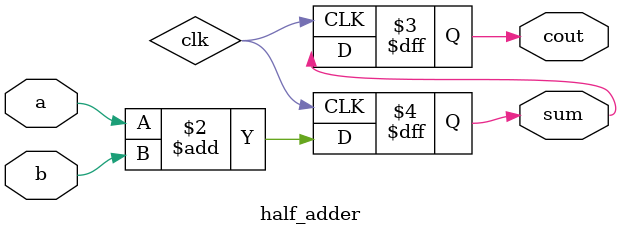
<source format=v>
module half_adder( 
input a, b,
output cout, sum );

// The half adder is implemented as a 2-bit register.
// The input registers are treated as a single bit register.
// The output register is treated as a single bit register.
// The carry out is a single bit register.

always @(posedge clk)
begin
  if (clk)
  begin
    sum <= a + b;
    cout <= sum;
  end
end
endmodule

</source>
